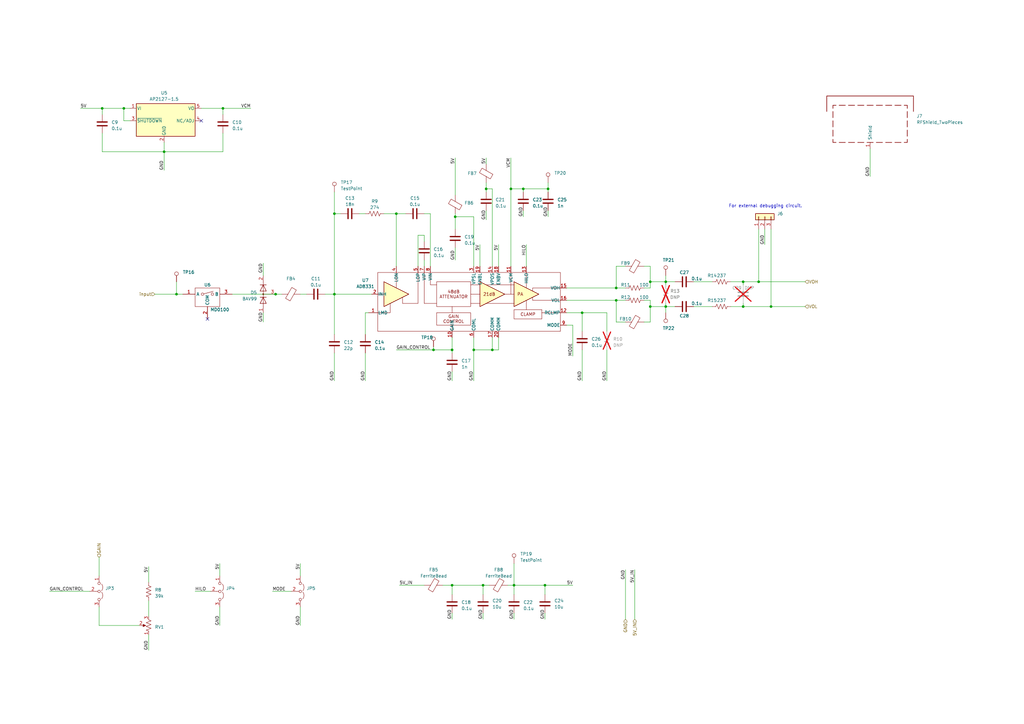
<source format=kicad_sch>
(kicad_sch (version 20250114) (generator "eeschema") (generator_version "9.0")
  (paper "A3")
  (title_block (title "Sonar Pinger") (date "2025-05-03") (rev "0"))
  (lib_symbols
    (symbol "Connector:TestPoint" (pin_numbers (hide yes)) (pin_names (offset 0.762) (hide yes))
      (property "Reference" "TP" (at 0 6.858 0))
      (property "Value" "TestPoint" (at 0 5.08 0))
      (symbol "TestPoint_0_1"
        (circle (center 0 3.302) (radius 0.762))
      )
      (symbol "TestPoint_1_1"
        (pin passive line (at 0 0 90) (length 2.54) (name "1") (number "1"))
      )
    )
    (symbol "Connector_Generic:Conn_01x03" (pin_names (offset 1.016) (hide yes))
      (property "Reference" "J" (at 0 5.08 0))
      (property "Value" "Conn_01x03" (at 0 -5.08 0))
      (symbol "Conn_01x03_1_1"
        (rectangle (start -1.27 3.81) (end 1.27 -3.81) (stroke (width 0.254)) (fill (type background)))
        (rectangle (start -1.27 2.667) (end 0 2.413) (stroke (width 0.1524)))
        (rectangle (start -1.27 0.127) (end 0 -0.127) (stroke (width 0.1524)))
        (rectangle (start -1.27 -2.413) (end 0 -2.667) (stroke (width 0.1524)))
        (pin passive line (at -5.08 2.54 0) (length 3.81) (name "Pin_1") (number "1"))
        (pin passive line (at -5.08 0 0) (length 3.81) (name "Pin_2") (number "2"))
        (pin passive line (at -5.08 -2.54 0) (length 3.81) (name "Pin_3") (number "3"))
      )
    )
    (symbol "Device:C" (pin_numbers (hide yes)) (pin_names (offset 0.254))
      (property "Reference" "C" (at 0.635 2.54 0))
      (property "Value" "C" (at 0.635 -2.54 0))
      (symbol "C_0_1"
        (polyline (pts (xy -2.032 0.762) (xy 2.032 0.762)) (stroke (width 0.508)))
        (polyline (pts (xy -2.032 -0.762) (xy 2.032 -0.762)) (stroke (width 0.508)))
      )
      (symbol "C_1_1"
        (pin passive line (at 0 3.81 270) (length 2.794) (name "~") (number "1"))
        (pin passive line (at 0 -3.81 90) (length 2.794) (name "~") (number "2"))
      )
    )
    (symbol "Device:FerriteBead" (pin_numbers (hide yes)) (pin_names (offset 0))
      (property "Reference" "FB" (at -3.81 0.635 90))
      (property "Value" "FerriteBead" (at 3.81 0 90))
      (symbol "FerriteBead_0_1"
        (polyline (pts (xy -2.7686 0.4064) (xy -1.7018 2.2606) (xy 2.7686 -0.3048) (xy 1.6764 -2.159) (xy -2.7686 0.4064)))
        (polyline (pts (xy 0 1.27) (xy 0 1.2954)))
        (polyline (pts (xy 0 -1.27) (xy 0 -1.2192)))
      )
      (symbol "FerriteBead_1_1"
        (pin passive line (at 0 3.81 270) (length 2.54) (name "~") (number "1"))
        (pin passive line (at 0 -3.81 90) (length 2.54) (name "~") (number "2"))
      )
    )
    (symbol "Device:RFShield_TwoPieces" (pin_names (offset 1.016))
      (property "Reference" "J" (at 0 5.08 0))
      (property "Value" "RFShield_TwoPieces" (at 0 2.54 0))
      (symbol "RFShield_TwoPieces_0_1"
        (polyline (pts (xy -17.78 5.08) (xy -17.78 11.43) (xy 17.78 11.43) (xy 17.78 5.08)) (stroke (width 0.254)))
        (polyline (pts (xy -15.24 6.35) (xy -15.24 7.62) (xy -13.97 7.62)) (stroke (width 0.254)))
        (polyline (pts (xy -15.24 2.54) (xy -15.24 5.08)) (stroke (width 0.254)))
        (polyline (pts (xy -15.24 -1.27) (xy -15.24 1.27)) (stroke (width 0.254)))
        (polyline (pts (xy -15.24 -5.08) (xy -15.24 -2.54)) (stroke (width 0.254)))
        (polyline (pts (xy -13.97 -7.62) (xy -15.24 -7.62) (xy -15.24 -6.35)) (stroke (width 0.254)))
        (polyline (pts (xy -12.7 7.62) (xy -10.16 7.62)) (stroke (width 0.254)))
        (polyline (pts (xy -10.16 -7.62) (xy -12.7 -7.62)) (stroke (width 0.254)))
        (polyline (pts (xy -6.35 7.62) (xy -8.89 7.62)) (stroke (width 0.254)))
        (polyline (pts (xy -6.35 -7.62) (xy -8.89 -7.62)) (stroke (width 0.254)))
        (polyline (pts (xy -2.54 7.62) (xy -5.08 7.62)) (stroke (width 0.254)))
        (polyline (pts (xy -2.54 -7.62) (xy -5.08 -7.62)) (stroke (width 0.254)))
        (polyline (pts (xy -1.27 -7.62) (xy 1.27 -7.62)) (stroke (width 0.254)))
        (polyline (pts (xy 1.27 7.62) (xy -1.27 7.62)) (stroke (width 0.254)))
        (polyline (pts (xy 2.54 -7.62) (xy 5.08 -7.62)) (stroke (width 0.254)))
        (polyline (pts (xy 5.08 7.62) (xy 2.54 7.62)) (stroke (width 0.254)))
        (polyline (pts (xy 6.35 -7.62) (xy 8.89 -7.62)) (stroke (width 0.254)))
        (polyline (pts (xy 8.89 7.62) (xy 6.35 7.62)) (stroke (width 0.254)))
        (polyline (pts (xy 10.16 -7.62) (xy 12.7 -7.62)) (stroke (width 0.254)))
        (polyline (pts (xy 12.7 7.62) (xy 10.16 7.62)) (stroke (width 0.254)))
        (polyline (pts (xy 13.97 -7.62) (xy 15.24 -7.62) (xy 15.24 -6.35)) (stroke (width 0.254)))
        (polyline (pts (xy 15.24 6.35) (xy 15.24 7.62) (xy 13.97 7.62)) (stroke (width 0.254)))
        (polyline (pts (xy 15.24 2.54) (xy 15.24 5.08)) (stroke (width 0.254)))
        (polyline (pts (xy 15.24 -1.27) (xy 15.24 1.27)) (stroke (width 0.254)))
        (polyline (pts (xy 15.24 -5.08) (xy 15.24 -2.54)) (stroke (width 0.254)))
      )
      (symbol "RFShield_TwoPieces_1_1"
        (pin passive line (at 0 -10.16 90) (length 2.54) (name "Shield") (number "1"))
      )
    )
    (symbol "Device:R_Potentiometer_US" (pin_names (offset 1.016) (hide yes))
      (property "Reference" "RV" (at -4.445 0 90))
      (property "Value" "R_Potentiometer_US" (at -2.54 0 90))
      (symbol "R_Potentiometer_US_0_1"
        (polyline (pts (xy 0 2.54) (xy 0 2.286)))
        (polyline (pts (xy 0 2.286) (xy 1.016 1.905) (xy 0 1.524) (xy -1.016 1.143) (xy 0 0.762)))
        (polyline (pts (xy 0 0.762) (xy 1.016 0.381) (xy 0 0) (xy -1.016 -0.381) (xy 0 -0.762)))
        (polyline (pts (xy 0 -0.762) (xy 1.016 -1.143) (xy 0 -1.524) (xy -1.016 -1.905) (xy 0 -2.286)))
        (polyline (pts (xy 0 -2.286) (xy 0 -2.54)))
        (polyline (pts (xy 1.143 0) (xy 2.286 0.508) (xy 2.286 -0.508) (xy 1.143 0)) (fill (type outline)))
        (polyline (pts (xy 2.54 0) (xy 1.524 0)))
      )
      (symbol "R_Potentiometer_US_1_1"
        (pin passive line (at 0 3.81 270) (length 1.27) (name "1") (number "1"))
        (pin passive line (at 0 -3.81 90) (length 1.27) (name "3") (number "3"))
        (pin passive line (at 3.81 0 180) (length 1.27) (name "2") (number "2"))
      )
    )
    (symbol "Device:R_US" (pin_numbers (hide yes)) (pin_names (offset 0))
      (property "Reference" "R" (at 2.54 0 90))
      (property "Value" "R_US" (at -2.54 0 90))
      (symbol "R_US_0_1"
        (polyline (pts (xy 0 2.286) (xy 0 2.54)))
        (polyline (pts (xy 0 2.286) (xy 1.016 1.905) (xy 0 1.524) (xy -1.016 1.143) (xy 0 0.762)))
        (polyline (pts (xy 0 0.762) (xy 1.016 0.381) (xy 0 0) (xy -1.016 -0.381) (xy 0 -0.762)))
        (polyline (pts (xy 0 -0.762) (xy 1.016 -1.143) (xy 0 -1.524) (xy -1.016 -1.905) (xy 0 -2.286)))
        (polyline (pts (xy 0 -2.286) (xy 0 -2.54)))
      )
      (symbol "R_US_1_1"
        (pin passive line (at 0 3.81 270) (length 1.27) (name "~") (number "1"))
        (pin passive line (at 0 -3.81 90) (length 1.27) (name "~") (number "2"))
      )
    )
    (symbol "Diode:BAV99" (pin_names (hide yes))
      (property "Reference" "D" (at 0 5.08 0))
      (property "Value" "BAV99" (at 0 2.54 0))
      (symbol "BAV99_0_1"
        (polyline (pts (xy -5.08 0) (xy 5.08 0)))
      )
      (symbol "BAV99_1_1"
        (polyline (pts (xy -3.81 1.27) (xy -1.27 0) (xy -3.81 -1.27) (xy -3.81 1.27) (xy -3.81 1.27) (xy -3.81 1.27)) (stroke (width 0.2032)))
        (polyline (pts (xy -1.27 -1.27) (xy -1.27 1.27) (xy -1.27 1.27)) (stroke (width 0.2032)))
        (polyline (pts (xy 0 0) (xy 0 -2.54)))
        (circle (center 0 0) (radius 0.254) (fill (type outline)))
        (polyline (pts (xy 1.27 1.27) (xy 3.81 0) (xy 1.27 -1.27) (xy 1.27 1.27) (xy 1.27 1.27) (xy 1.27 1.27)) (stroke (width 0.2032)))
        (polyline (pts (xy 3.81 1.27) (xy 3.81 -1.27) (xy 3.81 -1.27)) (stroke (width 0.2032)))
        (pin passive line (at -7.62 0 0) (length 2.54) (name "K") (number "1"))
        (pin passive line (at 0 -5.08 90) (length 2.54) (name "K") (number "3"))
        (pin passive line (at 7.62 0 180) (length 2.54) (name "A") (number "2"))
      )
    )
    (symbol "Jumper:Jumper_3_Open" (pin_names (offset 0) (hide yes))
      (property "Reference" "JP" (at -2.54 -2.54 0))
      (property "Value" "Jumper_3_Open" (at 0 2.794 0))
      (symbol "Jumper_3_Open_0_0"
        (circle (center -3.302 0) (radius 0.508))
        (circle (center 0 0) (radius 0.508))
        (circle (center 3.302 0) (radius 0.508))
      )
      (symbol "Jumper_3_Open_0_1"
        (arc (start -3.048 1.016) (mid -1.651 1.4992) (end -0.254 1.016))
        (polyline (pts (xy 0 -0.508) (xy 0 -1.27)))
        (arc (start 0.254 1.016) (mid 1.651 1.4992) (end 3.048 1.016))
      )
      (symbol "Jumper_3_Open_1_1"
        (pin passive line (at -6.35 0 0) (length 2.54) (name "A") (number "1"))
        (pin passive line (at 0 -3.81 90) (length 2.54) (name "C") (number "2"))
        (pin passive line (at 6.35 0 180) (length 2.54) (name "B") (number "3"))
      )
    )
    (symbol "pd_symbols:AD8331" (pin_names (offset 0.127))
      (property "Reference" "U" (at 19.05 10.16 0))
      (property "Value" "AD8331" (at 0 -5.08 0))
      (symbol "AD8331_0_0"
        (text_box "48dB\nATTENUATOR" (at 16.51 5.08 0) (size 13.97 -10.16) (margins 1.016 1.016 1.016 1.016) (effects (font (size 1.27 1.27))))
        (text_box "GAIN \nCONTROL" (at 16.51 -7.62 0) (size 13.97 -5.08) (margins 1.016 1.016 1.016 1.016) (effects (font (size 1.27 1.27))))
        (text_box "CLAMP" (at 48.26 -6.35 0) (size 11.43 -3.81) (margins 1.016 1.016 1.016 1.016) (effects (font (size 1.27 1.27))))
      )
      (symbol "AD8331_0_1"
        (rectangle (start -7.62 8.89) (end 67.31 -15.24))
        (polyline (pts (xy -5.08 5.08) (xy 5.08 0) (xy -5.08 -5.08) (xy -5.08 5.08)) (stroke (width 0.254)) (fill (type background)))
        (polyline (pts (xy 34.29 5.08) (xy 44.45 0) (xy 34.29 -5.08) (xy 34.29 5.08)) (stroke (width 0.254)) (fill (type background)))
        (polyline (pts (xy 48.26 5.08) (xy 58.42 0) (xy 48.26 -5.08) (xy 48.26 5.08)) (stroke (width 0.254)) (fill (type background)))
      )
      (symbol "AD8331_1_1"
        (polyline (pts (xy -5.08 0) (xy -7.62 0)))
        (polyline (pts (xy -2.54 -3.81) (xy -2.54 -7.62) (xy -7.62 -7.62)))
        (polyline (pts (xy 0 2.54) (xy 0 8.89)))
        (polyline (pts (xy 2.54 -1.27) (xy 2.54 -3.81) (xy 8.89 -3.81) (xy 8.89 8.89)))
        (polyline (pts (xy 16.51 3.81) (xy 13.97 3.81) (xy 13.97 8.89)))
        (polyline (pts (xy 16.51 -3.81) (xy 11.43 -3.81) (xy 11.43 8.89)))
        (polyline (pts (xy 22.86 -7.62) (xy 22.86 -5.08)))
        (polyline (pts (xy 22.86 -12.7) (xy 22.86 -15.24)))
        (polyline (pts (xy 30.48 3.81) (xy 34.29 3.81)))
        (polyline (pts (xy 30.48 0) (xy 34.29 0)))
        (polyline (pts (xy 30.48 -3.81) (xy 34.29 -3.81)))
        (polyline (pts (xy 36.83 3.81) (xy 48.26 3.81)))
        (polyline (pts (xy 36.83 -3.81) (xy 48.26 -3.81)))
        (polyline (pts (xy 44.45 0) (xy 48.26 0)))
        (polyline (pts (xy 46.99 0) (xy 46.99 8.89)))
        (polyline (pts (xy 53.34 2.54) (xy 53.34 8.89)))
        (polyline (pts (xy 53.34 -2.54) (xy 53.34 -6.35)))
        (polyline (pts (xy 55.88 1.27) (xy 55.88 2.54) (xy 67.31 2.54)))
        (polyline (pts (xy 55.88 -1.27) (xy 55.88 -2.54) (xy 67.31 -2.54)))
        (polyline (pts (xy 59.69 -7.62) (xy 67.31 -7.62)))
        (text "21dB" (at 38.1 0 0) (effects (font (size 1.27 1.27))))
        (text "PA" (at 50.8 0 0) (effects (font (size 1.27 1.27))))
        (pin output line (at -11.43 -7.62 0) (length 3.81) (name "LMD") (number "1"))
        (pin input line (at -10.16 0 0) (length 2.54) (name "INH") (number "2"))
        (pin output line (at 0 11.43 270) (length 2.54) (name "LON") (number "4"))
        (pin output line (at 8.89 11.43 270) (length 2.54) (name "LOP") (number "5"))
        (pin input line (at 11.43 11.43 270) (length 2.54) (name "VIP") (number "7"))
        (pin input line (at 13.97 11.43 270) (length 2.54) (name "VIN") (number "8"))
        (pin input line (at 22.86 -17.78 90) (length 2.54) (name "GAIN") (number "10"))
        (pin power_in line (at 31.75 11.43 270) (length 2.54) (name "VPSL") (number "3"))
        (pin power_in line (at 31.75 -17.78 90) (length 2.54) (name "COML") (number "6"))
        (pin input line (at 34.29 11.43 270) (length 2.54) (name "ENBL") (number "19"))
        (pin power_in line (at 39.37 11.43 270) (length 2.54) (name "VPOS") (number "14"))
        (pin power_in line (at 39.37 -17.78 90) (length 2.54) (name "COMM") (number "17"))
        (pin input line (at 41.91 11.43 270) (length 2.54) (name "ENBV") (number "18"))
        (pin power_in line (at 41.91 -17.78 90) (length 2.54) (name "COMM") (number "20"))
        (pin input line (at 46.99 11.43 270) (length 2.54) (name "VCM") (number "11"))
        (pin input line (at 53.34 11.43 270) (length 2.54) (name "HILO") (number "13"))
        (pin output line (at 69.85 2.54 180) (length 2.54) (name "VOH") (number "15"))
        (pin output line (at 69.85 -2.54 180) (length 2.54) (name "VOL") (number "16"))
        (pin input line (at 69.85 -7.62 180) (length 2.54) (name "RCLMP") (number "12"))
        (pin input line (at 69.85 -12.7 180) (length 2.54) (name "MODE") (number "9"))
      )
    )
    (symbol "pd_symbols:AP2127-1.5" (pin_names (offset 0.254))
      (property "Reference" "U" (at -6.35 3.175 0))
      (property "Value" "AP2127-1.5" (at -2.54 3.175 0))
      (symbol "AP2127-1.5_0_1"
        (rectangle (start -11.43 1.905) (end 12.7 -11.43) (stroke (width 0.254)) (fill (type background)))
      )
      (symbol "AP2127-1.5_1_1"
        (pin power_in line (at -13.97 0 0) (length 2.54) (name "VI") (number "1"))
        (pin power_in line (at -13.97 -5.08 0) (length 2.54) (name "~{SHUTDOWN}") (number "3"))
        (pin power_in line (at 0 -13.97 90) (length 2.54) (name "GND") (number "2"))
        (pin power_out line (at 15.24 0 180) (length 2.54) (name "VO") (number "5"))
        (pin input line (at 15.24 -5.08 180) (length 2.54) (name "NC/ADJ") (number "4"))
      )
    )
    (symbol "pd_symbols:MD0100"
      (property "Reference" "U" (at 0 3.81 0))
      (symbol "MD0100_0_0"
        (circle (center -2.032 0) (radius 0.508))
        (polyline (pts (xy -1.524 0.127) (xy 2.3622 1.1684)))
        (circle (center 2.032 0) (radius 0.508))
      )
      (symbol "MD0100_0_1"
        (rectangle (start -5.08 2.54) (end 5.08 -5.08))
      )
      (symbol "MD0100_1_1"
        (pin passive line (at -10.16 0 0) (length 5.08) (name "A") (number "1"))
        (pin passive line (at 0 -10.16 90) (length 5.08) (name "COM") (number "2"))
        (pin passive line (at 10.16 0 180) (length 5.08) (name "B") (number "3"))
      )
    )
  )
  (text "For external debugging circuit." (at 313.944 84.582 0) (effects (font (size 1.27 1.27))))
  (junction (at 252.73 123.19))
  (junction (at 266.7 115.57))
  (junction (at 316.23 125.73))
  (junction (at 91.44 44.45))
  (junction (at 67.31 62.23))
  (junction (at 185.42 143.51))
  (junction (at 224.79 77.47))
  (junction (at 273.05 125.73))
  (junction (at 199.39 77.47))
  (junction (at 273.05 115.57))
  (junction (at 304.8 115.57))
  (junction (at 238.76 128.27))
  (junction (at 266.7 125.73))
  (junction (at 194.31 143.51))
  (junction (at 252.73 118.11))
  (junction (at 304.8 125.73))
  (junction (at 186.69 88.9))
  (junction (at 209.55 77.47))
  (junction (at 137.16 87.63))
  (junction (at 72.39 120.65))
  (junction (at 198.12 240.03))
  (junction (at 311.15 115.57))
  (junction (at 50.8 44.45))
  (junction (at 162.56 87.63))
  (junction (at 210.82 240.03))
  (junction (at 41.91 44.45))
  (junction (at 223.52 240.03))
  (junction (at 185.42 240.03))
  (junction (at 113.03 120.65))
  (junction (at 214.63 77.47))
  (junction (at 177.8 143.51))
  (junction (at 201.93 143.51))
  (junction (at 137.16 120.65))
  (no_connect (at 82.55 49.53))
  (no_connect (at 85.09 130.81))
  (wire (pts (xy 304.8 115.57) (xy 311.15 115.57)))
  (wire (pts (xy 273.05 128.27) (xy 273.05 125.73)))
  (wire (pts (xy 260.35 233.68) (xy 260.35 254)))
  (wire (pts (xy 162.56 87.63) (xy 166.37 87.63)))
  (wire (pts (xy 223.52 251.46) (xy 223.52 254)))
  (wire (pts (xy 177.8 142.24) (xy 177.8 143.51)))
  (wire (pts (xy 198.12 240.03) (xy 185.42 240.03)))
  (wire (pts (xy 194.31 88.9) (xy 186.69 88.9)))
  (wire (pts (xy 173.99 106.68) (xy 173.99 109.22)))
  (wire (pts (xy 304.8 115.57) (xy 304.8 116.84)))
  (wire (pts (xy 50.8 49.53) (xy 50.8 44.45)))
  (wire (pts (xy 266.7 132.08) (xy 266.7 125.73)))
  (wire (pts (xy 133.35 120.65) (xy 137.16 120.65)))
  (wire (pts (xy 151.13 128.27) (xy 149.86 128.27)))
  (wire (pts (xy 40.64 228.6) (xy 40.64 236.22)))
  (wire (pts (xy 311.15 93.98) (xy 311.15 115.57)))
  (wire (pts (xy 266.7 115.57) (xy 273.05 115.57)))
  (wire (pts (xy 123.19 248.92) (xy 123.19 256.54)))
  (wire (pts (xy 208.28 240.03) (xy 210.82 240.03)))
  (wire (pts (xy 95.25 120.65) (xy 113.03 120.65)))
  (wire (pts (xy 209.55 64.77) (xy 209.55 77.47)))
  (wire (pts (xy 201.93 143.51) (xy 194.31 143.51)))
  (wire (pts (xy 316.23 93.98) (xy 316.23 125.73)))
  (wire (pts (xy 173.99 99.06) (xy 173.99 96.52)))
  (wire (pts (xy 40.64 256.54) (xy 40.64 248.92)))
  (wire (pts (xy 67.31 62.23) (xy 67.31 69.85)))
  (wire (pts (xy 252.73 123.19) (xy 256.54 123.19)))
  (wire (pts (xy 72.39 120.65) (xy 74.93 120.65)))
  (wire (pts (xy 185.42 152.4) (xy 185.42 156.21)))
  (wire (pts (xy 204.47 100.33) (xy 204.47 109.22)))
  (wire (pts (xy 107.95 128.27) (xy 107.95 132.08)))
  (wire (pts (xy 72.39 115.57) (xy 72.39 120.65)))
  (wire (pts (xy 224.79 77.47) (xy 214.63 77.47)))
  (wire (pts (xy 91.44 44.45) (xy 102.87 44.45)))
  (wire (pts (xy 284.48 115.57) (xy 292.1 115.57)))
  (wire (pts (xy 224.79 78.74) (xy 224.79 77.47)))
  (wire (pts (xy 201.93 138.43) (xy 201.93 143.51)))
  (wire (pts (xy 224.79 74.93) (xy 224.79 77.47)))
  (wire (pts (xy 313.69 93.98) (xy 313.69 100.33)))
  (wire (pts (xy 266.7 123.19) (xy 266.7 125.73)))
  (wire (pts (xy 266.7 115.57) (xy 266.7 118.11)))
  (wire (pts (xy 173.99 96.52) (xy 171.45 96.52)))
  (wire (pts (xy 209.55 77.47) (xy 214.63 77.47)))
  (wire (pts (xy 273.05 115.57) (xy 273.05 116.84)))
  (wire (pts (xy 273.05 113.03) (xy 273.05 115.57)))
  (wire (pts (xy 223.52 240.03) (xy 234.95 240.03)))
  (wire (pts (xy 123.19 120.65) (xy 125.73 120.65)))
  (wire (pts (xy 256.54 233.68) (xy 256.54 254)))
  (wire (pts (xy 171.45 96.52) (xy 171.45 109.22)))
  (wire (pts (xy 209.55 77.47) (xy 209.55 109.22)))
  (wire (pts (xy 273.05 124.46) (xy 273.05 125.73)))
  (wire (pts (xy 198.12 251.46) (xy 198.12 254)))
  (wire (pts (xy 41.91 62.23) (xy 67.31 62.23)))
  (wire (pts (xy 82.55 44.45) (xy 91.44 44.45)))
  (wire (pts (xy 232.41 133.35) (xy 234.95 133.35)))
  (wire (pts (xy 199.39 77.47) (xy 201.93 77.47)))
  (wire (pts (xy 273.05 115.57) (xy 276.86 115.57)))
  (wire (pts (xy 199.39 86.36) (xy 199.39 90.17)))
  (wire (pts (xy 210.82 240.03) (xy 210.82 243.84)))
  (wire (pts (xy 194.31 143.51) (xy 194.31 156.21)))
  (wire (pts (xy 215.9 100.33) (xy 215.9 109.22)))
  (wire (pts (xy 91.44 54.61) (xy 91.44 62.23)))
  (wire (pts (xy 214.63 86.36) (xy 214.63 88.9)))
  (wire (pts (xy 41.91 44.45) (xy 50.8 44.45)))
  (wire (pts (xy 67.31 62.23) (xy 91.44 62.23)))
  (wire (pts (xy 264.16 118.11) (xy 266.7 118.11)))
  (wire (pts (xy 186.69 64.77) (xy 186.69 80.01)))
  (wire (pts (xy 194.31 109.22) (xy 194.31 88.9)))
  (wire (pts (xy 186.69 88.9) (xy 186.69 93.98)))
  (wire (pts (xy 137.16 78.74) (xy 137.16 87.63)))
  (wire (pts (xy 196.85 100.33) (xy 196.85 109.22)))
  (wire (pts (xy 252.73 118.11) (xy 256.54 118.11)))
  (wire (pts (xy 194.31 138.43) (xy 194.31 143.51)))
  (wire (pts (xy 40.64 256.54) (xy 57.15 256.54)))
  (wire (pts (xy 210.82 231.14) (xy 210.82 240.03)))
  (wire (pts (xy 157.48 87.63) (xy 162.56 87.63)))
  (wire (pts (xy 53.34 49.53) (xy 50.8 49.53)))
  (wire (pts (xy 252.73 109.22) (xy 252.73 118.11)))
  (wire (pts (xy 273.05 125.73) (xy 276.86 125.73)))
  (wire (pts (xy 198.12 240.03) (xy 198.12 243.84)))
  (wire (pts (xy 200.66 240.03) (xy 198.12 240.03)))
  (wire (pts (xy 199.39 64.77) (xy 199.39 67.31)))
  (wire (pts (xy 185.42 138.43) (xy 185.42 143.51)))
  (wire (pts (xy 248.92 143.51) (xy 248.92 156.21)))
  (wire (pts (xy 316.23 125.73) (xy 330.2 125.73)))
  (wire (pts (xy 186.69 87.63) (xy 186.69 88.9)))
  (wire (pts (xy 210.82 240.03) (xy 223.52 240.03)))
  (wire (pts (xy 214.63 77.47) (xy 214.63 78.74)))
  (wire (pts (xy 149.86 144.78) (xy 149.86 156.21)))
  (wire (pts (xy 177.8 143.51) (xy 185.42 143.51)))
  (wire (pts (xy 50.8 44.45) (xy 53.34 44.45)))
  (wire (pts (xy 107.95 107.95) (xy 107.95 113.03)))
  (wire (pts (xy 60.96 260.35) (xy 60.96 266.7)))
  (wire (pts (xy 147.32 87.63) (xy 149.86 87.63)))
  (wire (pts (xy 311.15 115.57) (xy 330.2 115.57)))
  (wire (pts (xy 266.7 125.73) (xy 273.05 125.73)))
  (wire (pts (xy 264.16 123.19) (xy 266.7 123.19)))
  (wire (pts (xy 199.39 77.47) (xy 199.39 78.74)))
  (wire (pts (xy 266.7 109.22) (xy 266.7 115.57)))
  (wire (pts (xy 137.16 87.63) (xy 139.7 87.63)))
  (wire (pts (xy 304.8 124.46) (xy 304.8 125.73)))
  (wire (pts (xy 299.72 115.57) (xy 304.8 115.57)))
  (wire (pts (xy 41.91 54.61) (xy 41.91 62.23)))
  (wire (pts (xy 60.96 252.73) (xy 60.96 246.38)))
  (wire (pts (xy 90.17 231.14) (xy 90.17 236.22)))
  (wire (pts (xy 248.92 135.89) (xy 248.92 128.27)))
  (wire (pts (xy 248.92 128.27) (xy 238.76 128.27)))
  (wire (pts (xy 63.5 120.65) (xy 72.39 120.65)))
  (wire (pts (xy 113.03 120.65) (xy 115.57 120.65)))
  (wire (pts (xy 185.42 143.51) (xy 185.42 144.78)))
  (wire (pts (xy 252.73 132.08) (xy 252.73 123.19)))
  (wire (pts (xy 264.16 132.08) (xy 266.7 132.08)))
  (wire (pts (xy 204.47 143.51) (xy 201.93 143.51)))
  (wire (pts (xy 304.8 125.73) (xy 316.23 125.73)))
  (wire (pts (xy 41.91 44.45) (xy 41.91 46.99)))
  (wire (pts (xy 181.61 240.03) (xy 185.42 240.03)))
  (wire (pts (xy 232.41 118.11) (xy 252.73 118.11)))
  (wire (pts (xy 67.31 58.42) (xy 67.31 62.23)))
  (wire (pts (xy 185.42 240.03) (xy 185.42 243.84)))
  (wire (pts (xy 111.76 242.57) (xy 119.38 242.57)))
  (wire (pts (xy 223.52 240.03) (xy 223.52 243.84)))
  (wire (pts (xy 256.54 132.08) (xy 252.73 132.08)))
  (wire (pts (xy 123.19 231.14) (xy 123.19 236.22)))
  (wire (pts (xy 176.53 87.63) (xy 176.53 109.22)))
  (wire (pts (xy 201.93 77.47) (xy 201.93 109.22)))
  (wire (pts (xy 33.02 44.45) (xy 41.91 44.45)))
  (wire (pts (xy 91.44 44.45) (xy 91.44 46.99)))
  (wire (pts (xy 149.86 128.27) (xy 149.86 137.16)))
  (wire (pts (xy 60.96 238.76) (xy 60.96 232.41)))
  (wire (pts (xy 199.39 74.93) (xy 199.39 77.47)))
  (wire (pts (xy 264.16 109.22) (xy 266.7 109.22)))
  (wire (pts (xy 234.95 133.35) (xy 234.95 146.05)))
  (wire (pts (xy 210.82 251.46) (xy 210.82 254)))
  (wire (pts (xy 162.56 143.51) (xy 177.8 143.51)))
  (wire (pts (xy 284.48 125.73) (xy 292.1 125.73)))
  (wire (pts (xy 20.32 242.57) (xy 36.83 242.57)))
  (wire (pts (xy 185.42 251.46) (xy 185.42 254)))
  (wire (pts (xy 162.56 87.63) (xy 162.56 109.22)))
  (wire (pts (xy 224.79 86.36) (xy 224.79 88.9)))
  (wire (pts (xy 204.47 138.43) (xy 204.47 143.51)))
  (wire (pts (xy 232.41 128.27) (xy 238.76 128.27)))
  (wire (pts (xy 137.16 120.65) (xy 152.4 120.65)))
  (wire (pts (xy 238.76 128.27) (xy 238.76 135.89)))
  (wire (pts (xy 90.17 248.92) (xy 90.17 256.54)))
  (wire (pts (xy 186.69 101.6) (xy 186.69 106.68)))
  (wire (pts (xy 238.76 143.51) (xy 238.76 156.21)))
  (wire (pts (xy 256.54 109.22) (xy 252.73 109.22)))
  (wire (pts (xy 173.99 87.63) (xy 176.53 87.63)))
  (wire (pts (xy 163.83 240.03) (xy 173.99 240.03)))
  (wire (pts (xy 137.16 144.78) (xy 137.16 156.21)))
  (wire (pts (xy 137.16 87.63) (xy 137.16 120.65)))
  (wire (pts (xy 232.41 123.19) (xy 252.73 123.19)))
  (wire (pts (xy 80.01 242.57) (xy 86.36 242.57)))
  (wire (pts (xy 299.72 125.73) (xy 304.8 125.73)))
  (wire (pts (xy 137.16 120.65) (xy 137.16 137.16)))
  (wire (pts (xy 356.87 60.96) (xy 356.87 72.39)))
  (label "GND" (at 194.31 156.21 90))
  (label "HILO" (at 80.01 242.57 0))
  (label "GND" (at 186.69 106.68 90))
  (label "VCM" (at 102.87 44.45 180))
  (label "GND" (at 137.16 156.21 90))
  (label "GND" (at 198.12 254 90))
  (label "GND" (at 224.79 88.9 90))
  (label "5V" (at 186.69 64.77 270))
  (label "GND" (at 248.92 156.21 90))
  (label "GND" (at 256.54 233.68 270))
  (label "GND" (at 185.42 254 90))
  (label "GND" (at 149.86 156.21 90))
  (label "GAIN_CONTROL" (at 20.32 242.57 0))
  (label "GND" (at 313.69 100.33 90))
  (label "MODE" (at 111.76 242.57 0))
  (label "HILO" (at 215.9 100.33 270))
  (label "GND" (at 238.76 156.21 90))
  (label "5V" (at 90.17 231.14 270))
  (label "GND" (at 107.95 132.08 90))
  (label "5V_IN" (at 260.35 233.68 270))
  (label "GAIN_CONTROL" (at 162.56 143.51 0))
  (label "MODE" (at 234.95 146.05 90))
  (label "GND" (at 223.52 254 90))
  (label "GND" (at 199.39 90.17 90))
  (label "5V_IN" (at 163.83 240.03 0))
  (label "5V" (at 33.02 44.45 0))
  (label "GND" (at 214.63 88.9 90))
  (label "5V" (at 196.85 100.33 270))
  (label "5V" (at 234.95 240.03 180))
  (label "5V" (at 60.96 232.41 270))
  (label "5V" (at 199.39 64.77 270))
  (label "VCM" (at 209.55 64.77 270))
  (label "5V" (at 123.19 231.14 270))
  (label "GND" (at 67.31 69.85 90))
  (label "5V" (at 204.47 100.33 270))
  (label "GND" (at 185.42 156.21 90))
  (label "GND" (at 356.87 72.39 90))
  (label "GND" (at 90.17 256.54 90))
  (label "GND" (at 123.19 256.54 90))
  (label "GND" (at 107.95 107.95 270))
  (label "GND" (at 60.96 266.7 90))
  (label "GND" (at 210.82 254 90))
  (hierarchical_label "input" (shape input) (at 63.5 120.65 180))
  (hierarchical_label "VOL" (shape input) (at 330.2 125.73 0))
  (hierarchical_label "GND" (shape input) (at 256.54 254 270))
  (hierarchical_label "GAIN" (shape input) (at 40.64 228.6 90))
  (hierarchical_label "VOH" (shape input) (at 330.2 115.57 0))
  (hierarchical_label "5V_IN" (shape input) (at 260.35 254 270))
  (symbol (lib_id "Connector_Generic:Conn_01x03") (at 313.69 88.9 90) (unit 1)
    (property "Reference" "J6" (at 318.77 87.6299 90) (effects (justify right)))
    (property "Value" "Conn_01x03" (effects (hide yes)))
    (property "Footprint" "Connector_PinSocket_2.54mm:PinSocket_1x03_P2.54mm_Vertical" (effects (hide yes)))
    (property "Description" "Generic connector, single row, 01x03, script generated (kicad-library-utils/schlib/autogen/connector/)" (effects (hide yes)))
  )
  (symbol (lib_id "Connector:TestPoint") (at 273.05 113.03 0) (unit 1)
    (property "Reference" "TP21" (at 271.78 106.68 0) (effects (justify left)))
    (property "Value" "TestPoint" (effects (hide yes)))
    (property "Footprint" "pd_footprints:TestPoint_THTPad_D1.8mm_Drill1.2mm" (effects (hide yes)))
    (property "Description" "test point" (effects (hide yes)))
    (instances (project "sounder" (path "" (reference "TP21") (unit 1))) (project "piezo rx amp" (path "" (reference "TP7") (unit 1))))
  )
  (symbol (lib_id "Device:FerriteBead") (at 119.38 120.65 90) (unit 1)
    (property "Reference" "FB4" (at 119.3292 114.3 90))
    (property "Value" "FerriteBead" (effects (hide yes)))
    (property "Footprint" "Inductor_SMD:L_0603_1608Metric" (effects (hide yes)))
    (property "Description" "Ferrite bead" (effects (hide yes)))
    (instances (project "sounder" (path "" (reference "FB4") (unit 1))) (project "piezo rx amp" (path "" (reference "FB1") (unit 1))))
  )
  (symbol (lib_id "Device:C") (at 210.82 247.65 0) (unit 1)
    (property "Reference" "C22" (at 214.63 247.015 0) (effects (justify left)))
    (property "Value" "0.1u" (at 214.63 249.555 0) (effects (justify left)))
    (property "Footprint" "Capacitor_SMD:C_0603_1608Metric" (effects (hide yes)))
    (property "Description" "Unpolarized capacitor" (effects (hide yes)))
    (instances (project "sounder" (path "" (reference "C22") (unit 1))) (project "piezo rx amp" (path "" (reference "C9") (unit 1))))
  )
  (symbol (lib_id "Device:R_US") (at 295.91 115.57 270) (unit 1)
    (property "Reference" "R14" (at 292.1 113.03 90))
    (property "Value" "237" (at 295.91 113.03 90))
    (property "Footprint" "Resistor_SMD:R_0603_1608Metric" (effects (hide yes)))
    (property "Description" "Resistor, US symbol" (effects (hide yes)))
    (instances (project "sounder" (path "" (reference "R14") (unit 1))) (project "piezo rx amp" (path "" (reference "R5") (unit 1))))
  )
  (symbol (lib_id "Device:C") (at 91.44 50.8 0) (unit 1)
    (property "Reference" "C10" (at 95.25 50.165 0) (effects (justify left)))
    (property "Value" "0.1u" (at 95.25 52.705 0) (effects (justify left)))
    (property "Footprint" "Capacitor_SMD:C_0603_1608Metric" (effects (hide yes)))
    (property "Description" "Unpolarized capacitor" (effects (hide yes)))
    (instances (project "sounder" (path "" (reference "C10") (unit 1))) (project "piezo rx amp" (path "" (reference "C11") (unit 1))))
  )
  (symbol (lib_id "Device:FerriteBead") (at 260.35 132.08 90) (unit 1)
    (property "Reference" "FB10" (at 256.54 130.81 90))
    (property "Value" "FerriteBead" (effects (hide yes)))
    (property "Footprint" "Inductor_SMD:L_0603_1608Metric" (effects (hide yes)))
    (property "Description" "Ferrite bead" (effects (hide yes)))
    (instances (project "sounder" (path "" (reference "FB10") (unit 1))) (project "piezo rx amp" (path "" (reference "FB5") (unit 1))))
  )
  (symbol (lib_id "Device:R_US") (at 295.91 125.73 270) (unit 1)
    (property "Reference" "R15" (at 292.1 123.19 90))
    (property "Value" "237" (at 295.91 123.19 90))
    (property "Footprint" "Resistor_SMD:R_0603_1608Metric" (effects (hide yes)))
    (property "Description" "Resistor, US symbol" (effects (hide yes)))
    (instances (project "sounder" (path "" (reference "R15") (unit 1))) (project "piezo rx amp" (path "" (reference "R6") (unit 1))))
  )
  (symbol (lib_id "Device:C") (at 214.63 82.55 0) (unit 1)
    (property "Reference" "C23" (at 218.44 81.915 0) (effects (justify left)))
    (property "Value" "0.1u" (at 218.44 84.455 0) (effects (justify left)))
    (property "Footprint" "Capacitor_SMD:C_0603_1608Metric" (effects (hide yes)))
    (property "Description" "Unpolarized capacitor" (effects (hide yes)))
    (instances (project "sounder" (path "" (reference "C23") (unit 1))) (project "piezo rx amp" (path "" (reference "C11") (unit 1))))
  )
  (symbol (lib_id "Device:RFShield_TwoPieces") (at 356.87 50.8 0) (unit 1)
    (property "Reference" "J7" (at 375.92 47.6249 0) (effects (justify left)))
    (property "Value" "RFShield_TwoPieces" (at 375.92 50.1649 0) (effects (justify left)))
    (property "Footprint" "pd_footprints:Shield_MS384-10F" (effects (hide yes)))
    (property "Description" "Two-piece EMI RF shielding cabinet" (effects (hide yes)))
  )
  (symbol (lib_id "Device:C") (at 137.16 140.97 0) (unit 1)
    (property "Reference" "C12" (at 140.97 140.335 0) (effects (justify left)))
    (property "Value" "22p" (at 140.97 142.875 0) (effects (justify left)))
    (property "Footprint" "Capacitor_SMD:C_0603_1608Metric" (effects (hide yes)))
    (property "Description" "Unpolarized capacitor" (effects (hide yes)))
    (instances (project "sounder" (path "" (reference "C12") (unit 1))) (project "piezo rx amp" (path "" (reference "C3") (unit 1))))
  )
  (symbol (lib_id "Device:R_US") (at 248.92 139.7 180) (unit 1) (dnp yes)
    (property "Reference" "R10" (at 251.46 139.065 0) (effects (justify right)))
    (property "Value" "DNP" (at 251.46 141.605 0) (effects (justify right)))
    (property "Footprint" "Resistor_SMD:R_0603_1608Metric" (effects (hide yes)))
    (property "Description" "Resistor, US symbol" (effects (hide yes)))
    (instances (project "sounder" (path "" (reference "R10") (unit 1))) (project "piezo rx amp" (path "" (reference "R2") (unit 1))))
  )
  (symbol (lib_id "Device:C") (at 304.8 120.65 180) (unit 1) (dnp yes)
    (property "Reference" "C29" (at 302.26 118.11 0))
    (property "Value" "DNP" (at 307.34 118.11 0))
    (property "Footprint" "Capacitor_SMD:C_0603_1608Metric" (effects (hide yes)))
    (property "Description" "Unpolarized capacitor" (effects (hide yes)))
    (instances (project "sounder" (path "" (reference "C29") (unit 1))) (project "piezo rx amp" (path "" (reference "C17") (unit 1))))
  )
  (symbol (lib_id "Device:C") (at 173.99 102.87 0) (unit 1)
    (property "Reference" "C16" (at 177.8 102.235 0) (effects (justify left)))
    (property "Value" "0.1u" (at 177.8 104.775 0) (effects (justify left)))
    (property "Footprint" "Capacitor_SMD:C_0603_1608Metric" (effects (hide yes)))
    (property "Description" "Unpolarized capacitor" (effects (hide yes)))
    (instances (project "sounder" (path "" (reference "C16") (unit 1))) (project "piezo rx amp" (path "" (reference "C7") (unit 1))))
  )
  (symbol (lib_id "Device:C") (at 199.39 82.55 0) (unit 1)
    (property "Reference" "C21" (at 203.2 81.915 0) (effects (justify left)))
    (property "Value" "0.1u" (at 203.2 84.455 0) (effects (justify left)))
    (property "Footprint" "Capacitor_SMD:C_0603_1608Metric" (effects (hide yes)))
    (property "Description" "Unpolarized capacitor" (effects (hide yes)))
    (instances (project "sounder" (path "" (reference "C21") (unit 1))) (project "piezo rx amp" (path "" (reference "C14") (unit 1))))
  )
  (symbol (lib_id "Jumper:Jumper_3_Open") (at 123.19 242.57 270) (unit 1)
    (property "Reference" "JP5" (at 125.73 241.2999 90) (effects (justify left)))
    (property "Value" "Jumper_3_Open" (effects (hide yes)))
    (property "Footprint" "Connector_PinHeader_2.54mm:PinHeader_1x03_P2.54mm_Vertical" (effects (hide yes)))
    (property "Description" "Jumper, 3-pole, both open" (effects (hide yes)))
  )
  (symbol (lib_id "Device:C") (at 185.42 148.59 0) (unit 1)
    (property "Reference" "C17" (at 189.23 147.955 0) (effects (justify left)))
    (property "Value" "1n" (at 189.23 150.495 0) (effects (justify left)))
    (property "Footprint" "Capacitor_SMD:C_0603_1608Metric" (effects (hide yes)))
    (property "Description" "Unpolarized capacitor" (effects (hide yes)))
    (instances (project "sounder" (path "" (reference "C17") (unit 1))) (project "piezo rx amp" (path "" (reference "C10") (unit 1))))
  )
  (symbol (lib_id "Device:FerriteBead") (at 199.39 71.12 180) (unit 1)
    (property "Reference" "FB7" (at 191.77 71.12 0) (effects (justify right)))
    (property "Value" "FerriteBead" (effects (hide yes)))
    (property "Footprint" "Inductor_SMD:L_0603_1608Metric" (effects (hide yes)))
    (property "Description" "Ferrite bead" (effects (hide yes)))
    (instances (project "sounder" (path "" (reference "FB7") (unit 1))) (project "piezo rx amp" (path "" (reference "FB6") (unit 1))))
  )
  (symbol (lib_id "Connector:TestPoint") (at 273.05 128.27 180) (unit 1)
    (property "Reference" "TP22" (at 271.78 134.62 0) (effects (justify right)))
    (property "Value" "TestPoint" (effects (hide yes)))
    (property "Footprint" "pd_footprints:TestPoint_THTPad_D1.8mm_Drill1.2mm" (effects (hide yes)))
    (property "Description" "test point" (effects (hide yes)))
    (instances (project "sounder" (path "" (reference "TP22") (unit 1))) (project "piezo rx amp" (path "" (reference "TP8") (unit 1))))
  )
  (symbol (lib_id "Device:C") (at 129.54 120.65 90) (unit 1)
    (property "Reference" "C11" (at 129.54 114.3 90))
    (property "Value" "0.1u" (at 129.54 116.84 90))
    (property "Footprint" "Capacitor_SMD:C_0603_1608Metric" (effects (hide yes)))
    (property "Description" "Unpolarized capacitor" (effects (hide yes)))
    (instances (project "sounder" (path "" (reference "C11") (unit 1))) (project "piezo rx amp" (path "" (reference "C2") (unit 1))))
  )
  (symbol (lib_id "Device:C") (at 149.86 140.97 0) (unit 1)
    (property "Reference" "C14" (at 153.67 140.335 0) (effects (justify left)))
    (property "Value" "0.1u" (at 153.67 142.875 0) (effects (justify left)))
    (property "Footprint" "Capacitor_SMD:C_0603_1608Metric" (effects (hide yes)))
    (property "Description" "Unpolarized capacitor" (effects (hide yes)))
    (instances (project "sounder" (path "" (reference "C14") (unit 1))) (project "piezo rx amp" (path "" (reference "C1") (unit 1))))
  )
  (symbol (lib_id "Device:C") (at 280.67 115.57 90) (unit 1)
    (property "Reference" "C27" (at 280.67 111.76 90))
    (property "Value" "0.1u" (at 285.75 114.3 90))
    (property "Footprint" "Capacitor_SMD:C_0603_1608Metric" (effects (hide yes)))
    (property "Description" "Unpolarized capacitor" (effects (hide yes)))
    (instances (project "sounder" (path "" (reference "C27") (unit 1))) (project "piezo rx amp" (path "" (reference "C15") (unit 1))))
  )
  (symbol (lib_id "pd_symbols:AD8331") (at 162.56 120.65 0) (unit 1)
    (property "Reference" "U7" (at 149.86 114.9603 0))
    (property "Value" "AD8331" (at 149.86 117.5003 0))
    (property "Footprint" "pd_footprints:QSOP-20_3.9x8.7mm_P0.635mm" (effects (hide yes)))
    (property "Datasheet" "https://www.analog.com/media/en/technical-documentation/data-sheets/AD8331_8332_8334.pdf" (effects (hide yes)))
    (property "Description" "Ultralow Noise VGAs" (effects (hide yes)))
    (instances (project "sounder" (path "" (reference "U7") (unit 1))) (project "piezo rx amp" (path "" (reference "U1") (unit 1))))
  )
  (symbol (lib_id "Device:C") (at 186.69 97.79 0) (unit 1)
    (property "Reference" "C19" (at 190.5 97.155 0) (effects (justify left)))
    (property "Value" "0.1u" (at 190.5 99.695 0) (effects (justify left)))
    (property "Footprint" "Capacitor_SMD:C_0603_1608Metric" (effects (hide yes)))
    (property "Description" "Unpolarized capacitor" (effects (hide yes)))
    (instances (project "sounder" (path "" (reference "C19") (unit 1))) (project "piezo rx amp" (path "" (reference "C6") (unit 1))))
  )
  (symbol (lib_id "Device:C") (at 238.76 139.7 0) (unit 1)
    (property "Reference" "C26" (at 242.57 139.065 0) (effects (justify left)))
    (property "Value" "0.1u" (at 242.57 141.605 0) (effects (justify left)))
    (property "Footprint" "Capacitor_SMD:C_0603_1608Metric" (effects (hide yes)))
    (property "Description" "Unpolarized capacitor" (effects (hide yes)))
    (instances (project "sounder" (path "" (reference "C26") (unit 1))) (project "piezo rx amp" (path "" (reference "C13") (unit 1))))
  )
  (symbol (lib_id "Connector:TestPoint") (at 177.8 142.24 0) (unit 1)
    (property "Reference" "TP18" (at 172.72 138.43 0) (effects (justify left)))
    (property "Value" "TestPoint" (effects (hide yes)))
    (property "Footprint" "pd_footprints:TestPoint_THTPad_D1.8mm_Drill1.2mm" (effects (hide yes)))
    (property "Description" "test point" (effects (hide yes)))
    (instances (project "sounder" (path "" (reference "TP18") (unit 1))) (project "piezo rx amp" (path "" (reference "TP6") (unit 1))))
  )
  (symbol (lib_id "Diode:BAV99") (at 107.95 120.65 90) (unit 1)
    (property "Reference" "D5" (at 105.41 120.015 90) (effects (justify left)))
    (property "Value" "BAV99" (at 105.41 122.555 90) (effects (justify left)))
    (property "Footprint" "Package_TO_SOT_SMD:SOT-23" (effects (hide yes)))
    (property "Datasheet" "https://assets.nexperia.com/documents/data-sheet/BAV99_SER.pdf" (effects (hide yes)))
    (property "Description" "BAV99 High-speed switching diodes, SOT-23" (effects (hide yes)))
    (instances (project "sounder" (path "" (reference "D5") (unit 1))) (project "piezo rx amp" (path "" (reference "D1") (unit 1))))
  )
  (symbol (lib_id "Jumper:Jumper_3_Open") (at 90.17 242.57 270) (unit 1)
    (property "Reference" "JP4" (at 92.71 241.2999 90) (effects (justify left)))
    (property "Value" "Jumper_3_Open" (effects (hide yes)))
    (property "Footprint" "Connector_PinHeader_2.54mm:PinHeader_1x03_P2.54mm_Vertical" (effects (hide yes)))
    (property "Description" "Jumper, 3-pole, both open" (effects (hide yes)))
  )
  (symbol (lib_id "Device:R_US") (at 60.96 242.57 180) (unit 1)
    (property "Reference" "R8" (at 63.5 241.935 0) (effects (justify right)))
    (property "Value" "39k" (at 63.5 244.475 0) (effects (justify right)))
    (property "Footprint" "Resistor_SMD:R_0603_1608Metric" (effects (hide yes)))
    (property "Description" "Resistor, US symbol" (effects (hide yes)))
  )
  (symbol (lib_id "Connector:TestPoint") (at 210.82 231.14 0) (unit 1)
    (property "Reference" "TP19" (at 213.36 227.203 0) (effects (justify left)))
    (property "Value" "TestPoint" (at 213.36 229.743 0) (effects (justify left)))
    (property "Footprint" "pd_footprints:TestPoint_THTPad_D1.8mm_Drill1.2mm" (effects (hide yes)))
    (property "Description" "test point" (effects (hide yes)))
    (instances (project "sounder" (path "" (reference "TP19") (unit 1))) (project "piezo rx amp" (path "" (reference "TP5") (unit 1))))
  )
  (symbol (lib_id "Device:C") (at 143.51 87.63 90) (unit 1)
    (property "Reference" "C13" (at 143.51 81.28 90))
    (property "Value" "18n" (at 143.51 83.82 90))
    (property "Footprint" "Capacitor_SMD:C_0603_1608Metric" (effects (hide yes)))
    (property "Description" "Unpolarized capacitor" (effects (hide yes)))
    (instances (project "sounder" (path "" (reference "C13") (unit 1))) (project "piezo rx amp" (path "" (reference "C4") (unit 1))))
  )
  (symbol (lib_id "pd_symbols:AP2127-1.5") (at 67.31 44.45 0) (unit 1)
    (property "Reference" "U5" (at 67.31 38.1 0))
    (property "Value" "AP2127-1.5" (at 67.31 40.64 0))
    (property "Footprint" "Package_TO_SOT_SMD:SOT-23-5" (effects (hide yes)))
    (property "Datasheet" "https://www.diodes.com/assets/Datasheets/AP2127.pdf" (effects (hide yes)))
    (property "Description" "HIGH SPEED, EXTREMELY LOW NOISE LDO REGULATOR" (effects (hide yes)))
  )
  (symbol (lib_id "Device:R_US") (at 273.05 120.65 0) (unit 1) (dnp yes)
    (property "Reference" "R13" (at 276.86 119.38 0))
    (property "Value" "DNP" (at 276.86 121.92 0))
    (property "Footprint" "Resistor_SMD:R_0603_1608Metric" (effects (hide yes)))
    (property "Description" "Resistor, US symbol" (effects (hide yes)))
    (instances (project "sounder" (path "" (reference "R13") (unit 1))) (project "piezo rx amp" (path "" (reference "R4") (unit 1))))
  )
  (symbol (lib_id "Jumper:Jumper_3_Open") (at 40.64 242.57 270) (unit 1)
    (property "Reference" "JP3" (at 43.18 241.2999 90) (effects (justify left)))
    (property "Value" "Jumper_3_Open" (effects (hide yes)))
    (property "Footprint" "Connector_PinHeader_2.54mm:PinHeader_1x03_P2.54mm_Vertical" (effects (hide yes)))
    (property "Description" "Jumper, 3-pole, both open" (effects (hide yes)))
  )
  (symbol (lib_id "pd_symbols:MD0100") (at 85.09 120.65 0) (unit 1)
    (property "Reference" "U6" (at 85.09 116.84 0))
    (property "Value" "MD0100" (at 90.17 127 0))
    (property "Footprint" "pd_footprints:SOT-89-3" (effects (hide yes)))
    (property "Datasheet" "https://ww1.microchip.com/downloads/en/DeviceDoc/MD0100-Single-and-Dual-Channel%20High-Voltage-Protection-TR-Switch-Data-Sheet-20005738A.pdf" (effects (hide yes)))
    (property "Description" "Single/Dual-Channel High-Voltage Protection T/R Switch" (effects (hide yes)))
    (instances (project "sounder" (path "" (reference "U6") (unit 1))) (project "piezo rx amp" (path "" (reference "U2") (unit 1))))
  )
  (symbol (lib_id "Connector:TestPoint") (at 224.79 74.93 0) (unit 1)
    (property "Reference" "TP20" (at 227.33 70.993 0) (effects (justify left)))
    (property "Value" "TestPoint" (effects (hide yes)))
    (property "Footprint" "pd_footprints:TestPoint_THTPad_D1.8mm_Drill1.2mm" (effects (hide yes)))
    (property "Description" "test point" (effects (hide yes)))
    (instances (project "sounder" (path "" (reference "TP20") (unit 1))) (project "piezo rx amp" (path "" (reference "TP3") (unit 1))))
  )
  (symbol (lib_id "Device:C") (at 198.12 247.65 0) (unit 1)
    (property "Reference" "C20" (at 201.93 246.3799 0) (effects (justify left)))
    (property "Value" "10u" (at 201.93 248.9199 0) (effects (justify left)))
    (property "Footprint" "Capacitor_SMD:C_0805_2012Metric_Pad1.18x1.45mm_HandSolder" (effects (hide yes)))
    (property "Description" "Unpolarized capacitor" (effects (hide yes)))
  )
  (symbol (lib_id "Device:C") (at 185.42 247.65 0) (unit 1)
    (property "Reference" "C18" (at 189.23 247.015 0) (effects (justify left)))
    (property "Value" "0.1u" (at 189.23 249.555 0) (effects (justify left)))
    (property "Footprint" "Capacitor_SMD:C_0603_1608Metric" (effects (hide yes)))
    (property "Description" "Unpolarized capacitor" (effects (hide yes)))
    (instances (project "sounder" (path "" (reference "C18") (unit 1))) (project "piezo rx amp" (path "" (reference "C9") (unit 1))))
  )
  (symbol (lib_id "Device:R_US") (at 153.67 87.63 90) (unit 1)
    (property "Reference" "R9" (at 153.67 82.55 90))
    (property "Value" "274" (at 153.67 85.09 90))
    (property "Footprint" "Resistor_SMD:R_0603_1608Metric" (effects (hide yes)))
    (property "Description" "Resistor, US symbol" (effects (hide yes)))
    (instances (project "sounder" (path "" (reference "R9") (unit 1))) (project "piezo rx amp" (path "" (reference "R1") (unit 1))))
  )
  (symbol (lib_id "Device:C") (at 280.67 125.73 90) (unit 1)
    (property "Reference" "C28" (at 280.67 129.54 90))
    (property "Value" "0.1u" (at 285.75 124.46 90))
    (property "Footprint" "Capacitor_SMD:C_0603_1608Metric" (effects (hide yes)))
    (property "Description" "Unpolarized capacitor" (effects (hide yes)))
    (instances (project "sounder" (path "" (reference "C28") (unit 1))) (project "piezo rx amp" (path "" (reference "C16") (unit 1))))
  )
  (symbol (lib_id "Device:R_US") (at 260.35 123.19 270) (unit 1)
    (property "Reference" "R12" (at 256.54 121.92 90))
    (property "Value" "100" (at 264.16 121.92 90))
    (property "Footprint" "Resistor_SMD:R_0603_1608Metric" (effects (hide yes)))
    (property "Description" "Resistor, US symbol" (effects (hide yes)))
    (instances (project "sounder" (path "" (reference "R12") (unit 1))) (project "piezo rx amp" (path "" (reference "R3") (unit 1))))
  )
  (symbol (lib_id "Device:C") (at 223.52 247.65 0) (unit 1)
    (property "Reference" "C24" (at 227.33 246.3799 0) (effects (justify left)))
    (property "Value" "10u" (at 227.33 248.9199 0) (effects (justify left)))
    (property "Footprint" "Capacitor_SMD:C_0805_2012Metric_Pad1.18x1.45mm_HandSolder" (effects (hide yes)))
    (property "Description" "Unpolarized capacitor" (effects (hide yes)))
  )
  (symbol (lib_id "Device:C") (at 41.91 50.8 0) (unit 1)
    (property "Reference" "C9" (at 45.72 50.165 0) (effects (justify left)))
    (property "Value" "0.1u" (at 45.72 52.705 0) (effects (justify left)))
    (property "Footprint" "Capacitor_SMD:C_0603_1608Metric" (effects (hide yes)))
    (property "Description" "Unpolarized capacitor" (effects (hide yes)))
    (instances (project "sounder" (path "" (reference "C9") (unit 1))) (project "piezo rx amp" (path "" (reference "C11") (unit 1))))
  )
  (symbol (lib_id "Device:C") (at 224.79 82.55 0) (unit 1)
    (property "Reference" "C25" (at 228.6 81.915 0) (effects (justify left)))
    (property "Value" "1n" (at 228.6 84.455 0) (effects (justify left)))
    (property "Footprint" "Capacitor_SMD:C_0603_1608Metric" (effects (hide yes)))
    (property "Description" "Unpolarized capacitor" (effects (hide yes)))
    (instances (project "sounder" (path "" (reference "C25") (unit 1))) (project "piezo rx amp" (path "" (reference "C12") (unit 1))))
  )
  (symbol (lib_id "Device:R_US") (at 260.35 118.11 270) (unit 1)
    (property "Reference" "R11" (at 256.54 116.84 90))
    (property "Value" "100" (at 264.16 116.84 90))
    (property "Footprint" "Resistor_SMD:R_0603_1608Metric" (effects (hide yes)))
    (property "Description" "Resistor, US symbol" (effects (hide yes)))
    (instances (project "sounder" (path "" (reference "R11") (unit 1))) (project "piezo rx amp" (path "" (reference "R4") (unit 1))))
  )
  (symbol (lib_id "Device:FerriteBead") (at 204.47 240.03 270) (unit 1)
    (property "Reference" "FB8" (at 204.5208 233.68 90))
    (property "Value" "FerriteBead" (at 204.5208 236.22 90))
    (property "Footprint" "Inductor_SMD:L_0603_1608Metric" (effects (hide yes)))
    (property "Description" "Ferrite bead" (effects (hide yes)))
    (instances (project "sounder" (path "" (reference "FB8") (unit 1))) (project "piezo rx amp" (path "" (reference "FB3") (unit 1))))
  )
  (symbol (lib_id "Connector:TestPoint") (at 72.39 115.57 0) (unit 1)
    (property "Reference" "TP16" (at 74.93 111.633 0) (effects (justify left)))
    (property "Value" "TestPoint" (effects (hide yes)))
    (property "Footprint" "pd_footprints:TestPoint_THTPad_D1.8mm_Drill1.2mm" (effects (hide yes)))
    (property "Description" "test point" (effects (hide yes)))
    (instances (project "sounder" (path "" (reference "TP16") (unit 1))) (project "piezo rx amp" (path "" (reference "TP1") (unit 1))))
  )
  (symbol (lib_id "Device:FerriteBead") (at 186.69 83.82 180) (unit 1)
    (property "Reference" "FB6" (at 190.5 83.2358 0) (effects (justify right)))
    (property "Value" "FerriteBead" (effects (hide yes)))
    (property "Footprint" "Inductor_SMD:L_0603_1608Metric" (effects (hide yes)))
    (property "Description" "Ferrite bead" (effects (hide yes)))
    (instances (project "sounder" (path "" (reference "FB6") (unit 1))) (project "piezo rx amp" (path "" (reference "FB2") (unit 1))))
  )
  (symbol (lib_id "Device:FerriteBead") (at 260.35 109.22 90) (unit 1)
    (property "Reference" "FB9" (at 256.54 107.95 90))
    (property "Value" "FerriteBead" (effects (hide yes)))
    (property "Footprint" "Inductor_SMD:L_0603_1608Metric" (effects (hide yes)))
    (property "Description" "Ferrite bead" (effects (hide yes)))
    (instances (project "sounder" (path "" (reference "FB9") (unit 1))) (project "piezo rx amp" (path "" (reference "FB4") (unit 1))))
  )
  (symbol (lib_id "Device:FerriteBead") (at 177.8 240.03 270) (unit 1)
    (property "Reference" "FB5" (at 177.8508 233.68 90))
    (property "Value" "FerriteBead" (at 177.8508 236.22 90))
    (property "Footprint" "Inductor_SMD:L_0603_1608Metric" (effects (hide yes)))
    (property "Description" "Ferrite bead" (effects (hide yes)))
    (instances (project "sounder" (path "" (reference "FB5") (unit 1))) (project "piezo rx amp" (path "" (reference "FB3") (unit 1))))
  )
  (symbol (lib_id "Device:C") (at 170.18 87.63 90) (unit 1)
    (property "Reference" "C15" (at 170.18 81.28 90))
    (property "Value" "0.1u" (at 170.18 83.82 90))
    (property "Footprint" "Capacitor_SMD:C_0603_1608Metric" (effects (hide yes)))
    (property "Description" "Unpolarized capacitor" (effects (hide yes)))
    (instances (project "sounder" (path "" (reference "C15") (unit 1))) (project "piezo rx amp" (path "" (reference "C5") (unit 1))))
  )
  (symbol (lib_id "Device:R_Potentiometer_US") (at 60.96 256.54 180) (unit 1)
    (property "Reference" "RV1" (at 63.5 257.175 0) (effects (justify right)))
    (property "Value" "R_Potentiometer_US" (effects (hide yes)))
    (property "Footprint" "pd_footprints:Potentiometer_Bourns_3362U_Vertical" (effects (hide yes)))
    (property "Description" "Potentiometer, US symbol" (effects (hide yes)))
  )
  (symbol (lib_id "Connector:TestPoint") (at 137.16 78.74 0) (unit 1)
    (property "Reference" "TP17" (at 139.7 74.803 0) (effects (justify left)))
    (property "Value" "TestPoint" (at 139.7 77.343 0) (effects (justify left)))
    (property "Footprint" "pd_footprints:TestPoint_THTPad_D1.8mm_Drill1.2mm" (effects (hide yes)))
    (property "Description" "test point" (effects (hide yes)))
    (instances (project "sounder" (path "" (reference "TP17") (unit 1))) (project "piezo rx amp" (path "" (reference "TP2") (unit 1))))
  )
)
</source>
